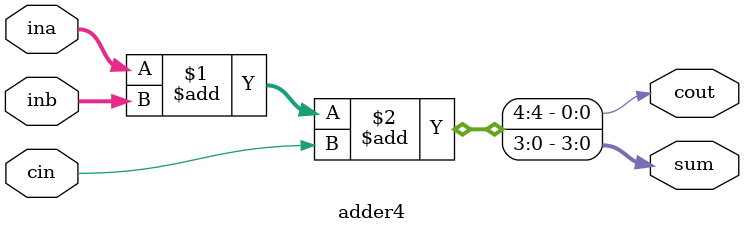
<source format=v>
module adder4(cout,sum,ina,inb,cin);
output[3:0] sum;
output cout;
input[3:0] ina,inb;
input cin;
assign {cout,sum}=ina+inb+cin;
endmodule

</source>
